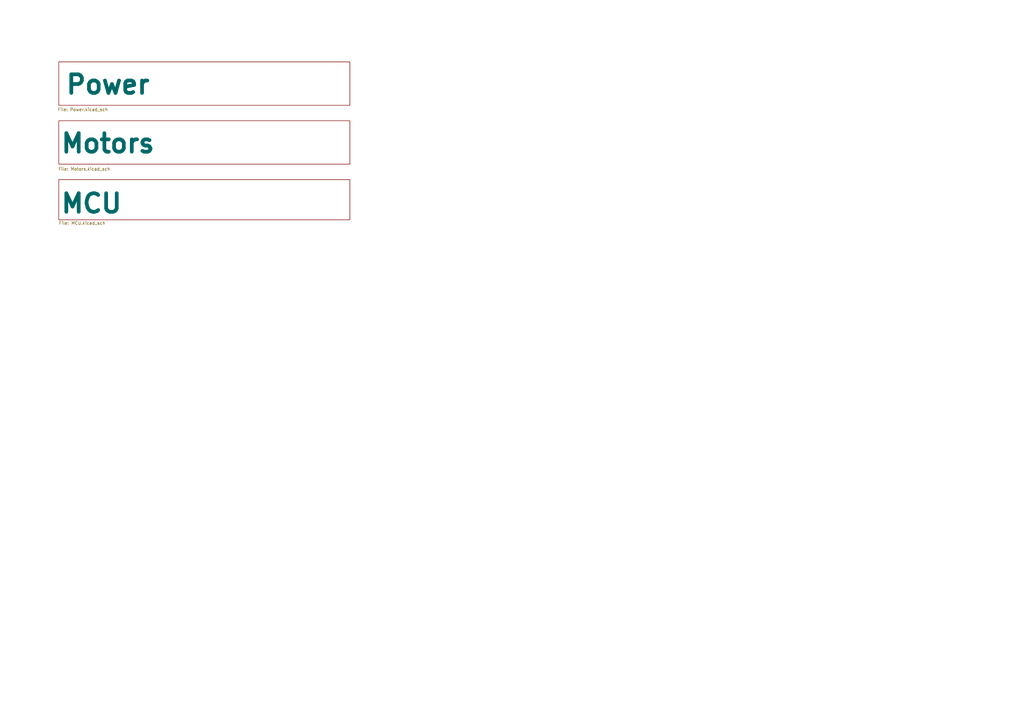
<source format=kicad_sch>
(kicad_sch
	(version 20231120)
	(generator "eeschema")
	(generator_version "8.0")
	(uuid "8f7cca2f-0bd1-45cd-9991-4ff133d0b08c")
	(paper "A3")
	(lib_symbols)
	(sheet
		(at 24.13 49.53)
		(size 119.38 17.78)
		(stroke
			(width 0.1524)
			(type solid)
		)
		(fill
			(color 0 0 0 0.0000)
		)
		(uuid "2bb92522-0543-4bab-a2ad-6eddf2f4c618")
		(property "Sheetname" "Motors"
			(at 24.384 63.246 0)
			(effects
				(font
					(size 7.62 7.62)
					(thickness 1.524)
					(bold yes)
				)
				(justify left bottom)
			)
		)
		(property "Sheetfile" "Motors.kicad_sch"
			(at 23.876 68.58 0)
			(effects
				(font
					(size 1.27 1.27)
				)
				(justify left top)
			)
		)
		(instances
			(project "Motor_control_Board"
				(path "/8f7cca2f-0bd1-45cd-9991-4ff133d0b08c"
					(page "3")
				)
			)
		)
	)
	(sheet
		(at 24.13 73.66)
		(size 119.38 16.51)
		(stroke
			(width 0.1524)
			(type solid)
		)
		(fill
			(color 0 0 0 0.0000)
		)
		(uuid "a9265767-04bc-48ff-b1a2-646c04a95e03")
		(property "Sheetname" "MCU"
			(at 24.384 87.884 0)
			(effects
				(font
					(size 7.62 7.62)
					(thickness 1.524)
					(bold yes)
				)
				(justify left bottom)
			)
		)
		(property "Sheetfile" "MCU.kicad_sch"
			(at 24.13 90.7546 0)
			(effects
				(font
					(size 1.27 1.27)
				)
				(justify left top)
			)
		)
		(instances
			(project "Motor_control_Board"
				(path "/8f7cca2f-0bd1-45cd-9991-4ff133d0b08c"
					(page "4")
				)
			)
		)
	)
	(sheet
		(at 24.13 25.4)
		(size 119.38 17.78)
		(stroke
			(width 0.1524)
			(type solid)
		)
		(fill
			(color 0 0 0 0.0000)
		)
		(uuid "c5aedba9-9a1d-4800-8e24-bc85709c1146")
		(property "Sheetname" "Power"
			(at 26.416 39.116 0)
			(effects
				(font
					(size 7.62 7.62)
					(thickness 1.524)
					(bold yes)
				)
				(justify left bottom)
			)
		)
		(property "Sheetfile" "Power.kicad_sch"
			(at 23.622 44.196 0)
			(effects
				(font
					(size 1.27 1.27)
				)
				(justify left top)
			)
		)
		(instances
			(project "Motor_control_Board"
				(path "/8f7cca2f-0bd1-45cd-9991-4ff133d0b08c"
					(page "2")
				)
			)
		)
	)
	(sheet_instances
		(path "/"
			(page "1")
		)
	)
)

</source>
